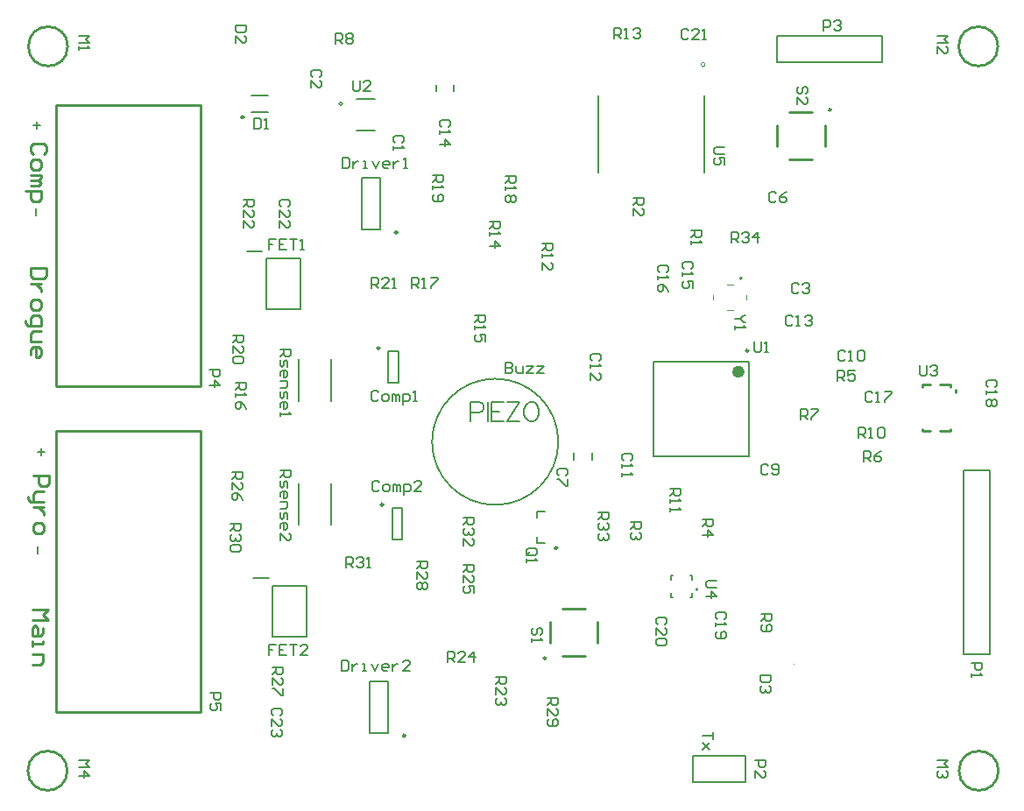
<source format=gto>
G04*
G04 #@! TF.GenerationSoftware,Altium Limited,Altium Designer,19.0.14 (431)*
G04*
G04 Layer_Color=65535*
%FSLAX25Y25*%
%MOIN*%
G70*
G01*
G75*
%ADD10C,0.00787*%
%ADD11C,0.00984*%
%ADD12C,0.00500*%
%ADD13C,0.00394*%
%ADD14C,0.01000*%
%ADD15C,0.00000*%
%ADD16C,0.02362*%
%ADD17C,0.00700*%
%ADD18C,0.00781*%
D10*
X276028Y199284D02*
G03*
X276028Y199284I-394J0D01*
G01*
X259299Y80819D02*
G03*
X259299Y80819I-394J0D01*
G01*
X123977Y265634D02*
G03*
X123977Y265634I-623J0D01*
G01*
X198047Y108043D02*
Y110602D01*
X201051D01*
X198047Y98398D02*
Y100957D01*
Y98398D02*
X201051D01*
X257500Y7500D02*
X277500D01*
Y17500D01*
X257500D02*
X277500D01*
X257500Y7500D02*
Y17500D01*
X97311Y82016D02*
X110500D01*
Y62724D02*
Y82016D01*
X97311Y62724D02*
X110500D01*
X97311D02*
Y82016D01*
X89988Y85008D02*
X95894D01*
X107299Y105315D02*
Y121063D01*
X119701Y105315D02*
Y121063D01*
X141543Y26158D02*
Y45842D01*
X134457Y26158D02*
Y45842D01*
Y26158D02*
X141543D01*
X134457Y45842D02*
X141543D01*
X142937Y111972D02*
X146874D01*
X142937Y99768D02*
X146874D01*
X142937D02*
Y111972D01*
X146874Y99768D02*
Y111972D01*
X211957Y130122D02*
Y132878D01*
X219043Y130122D02*
Y132878D01*
X141532Y171602D02*
X145468D01*
X141532Y159398D02*
X145468D01*
X141532D02*
Y171602D01*
X145468Y159398D02*
Y171602D01*
X94906Y206646D02*
X108095D01*
Y187354D02*
Y206646D01*
X94906Y187354D02*
X108095D01*
X94906D02*
Y206646D01*
X87583Y209638D02*
X93488D01*
X131457Y237343D02*
X138543D01*
X131457Y217657D02*
X138543D01*
X131457D02*
Y237343D01*
X138543Y217657D02*
Y237343D01*
X242390Y131390D02*
Y167610D01*
X278610Y131390D02*
Y167610D01*
X242390Y131390D02*
X278610D01*
X242390Y167610D02*
X278610D01*
X329500Y281500D02*
Y291500D01*
X289500Y281500D02*
X329500D01*
X289500Y291500D02*
X329500D01*
X289500Y281500D02*
Y291500D01*
X360500Y56000D02*
Y126000D01*
Y56000D02*
X370500D01*
Y126000D01*
X360500D02*
X370500D01*
X89350Y268650D02*
X95650D01*
X89350Y262351D02*
X95650D01*
X166347Y270319D02*
Y272681D01*
X159653Y270319D02*
Y272681D01*
X119701Y152626D02*
Y168374D01*
X107299Y152626D02*
Y168374D01*
D11*
X205823Y96626D02*
G03*
X205823Y96626I-492J0D01*
G01*
X147941Y25153D02*
G03*
X147941Y25153I-492J0D01*
G01*
X139591Y113055D02*
G03*
X139591Y113055I-492J0D01*
G01*
X138185Y172685D02*
G03*
X138185Y172685I-492J0D01*
G01*
X144941Y216653D02*
G03*
X144941Y216653I-492J0D01*
G01*
X278512Y171744D02*
G03*
X278512Y171744I-492J0D01*
G01*
X86545Y260579D02*
G03*
X86545Y260579I-492J0D01*
G01*
D12*
X206176Y137000D02*
G03*
X206176Y137000I-24019J0D01*
G01*
X221251Y239424D02*
Y268922D01*
X261749Y239424D02*
Y268922D01*
X248945Y84480D02*
Y86055D01*
X249654D01*
X248945Y77945D02*
Y79520D01*
Y77945D02*
X249654D01*
X256347D02*
X257055D01*
Y79520D01*
Y84480D02*
Y86055D01*
X256347D02*
X257055D01*
X129535Y255476D02*
X136465D01*
X129535Y267524D02*
X136465D01*
D13*
X100079Y280252D02*
G03*
X100079Y280252I-197J0D01*
G01*
X295945Y52382D02*
G03*
X295945Y52382I-197J0D01*
G01*
X265201Y191213D02*
Y192787D01*
X270319Y196921D02*
X272681D01*
X277799Y191213D02*
Y192787D01*
X270319Y187079D02*
X272681D01*
D14*
X19291Y11811D02*
G03*
X19291Y11811I-7480J0D01*
G01*
X19480Y287500D02*
G03*
X19480Y287500I-7480J0D01*
G01*
X309917Y263342D02*
G03*
X309917Y263342I-394J0D01*
G01*
X201370Y54658D02*
G03*
X201370Y54658I-394J0D01*
G01*
X373622Y11811D02*
G03*
X373622Y11811I-7480J0D01*
G01*
X373480Y287500D02*
G03*
X373480Y287500I-7480J0D01*
G01*
X15000Y34000D02*
X70000D01*
Y141000D01*
X15000D02*
X70000D01*
X15000Y34000D02*
Y141000D01*
Y158000D02*
X70000D01*
Y265000D01*
X15000D02*
X70000D01*
X15000Y158000D02*
Y265000D01*
X357412Y155751D02*
Y156736D01*
X355443Y157720D02*
Y158704D01*
X351506D02*
X355443D01*
X351506Y140988D02*
X355443D01*
Y141972D01*
X344617Y140988D02*
X347569D01*
X344617D02*
Y141972D01*
Y157720D02*
Y158704D01*
X347569D01*
X307555Y249563D02*
Y257437D01*
X294169Y244445D02*
X302831D01*
X289445Y249563D02*
Y257437D01*
X294169Y262555D02*
X302831D01*
X207669Y55445D02*
X216331D01*
X221055Y60563D02*
Y68437D01*
X207669Y73555D02*
X216331D01*
X202945Y60563D02*
Y68437D01*
X6000Y73000D02*
X11998D01*
X9999Y71001D01*
X11998Y69001D01*
X6000D01*
X9999Y66002D02*
Y64003D01*
X8999Y63003D01*
X6000D01*
Y66002D01*
X7000Y67002D01*
X7999Y66002D01*
Y63003D01*
X6000Y61004D02*
Y59004D01*
Y60004D01*
X9999D01*
Y61004D01*
X6000Y56006D02*
X9999D01*
Y53007D01*
X8999Y52007D01*
X6000D01*
X6500Y124000D02*
X12498D01*
Y121001D01*
X11498Y120001D01*
X9499D01*
X8499Y121001D01*
Y124000D01*
X10499Y118002D02*
X7500D01*
X6500Y117002D01*
Y114003D01*
X5500D01*
X4501Y115003D01*
Y116003D01*
X6500Y114003D02*
X10499D01*
Y112004D02*
X6500D01*
X8499D01*
X9499Y111004D01*
X10499Y110004D01*
Y109005D01*
X6500Y105006D02*
Y103007D01*
X7500Y102007D01*
X9499D01*
X10499Y103007D01*
Y105006D01*
X9499Y106006D01*
X7500D01*
X6500Y105006D01*
X11498Y203000D02*
X5500D01*
Y200001D01*
X6500Y199001D01*
X10498D01*
X11498Y200001D01*
Y203000D01*
X9499Y197002D02*
X5500D01*
X7499D01*
X8499Y196002D01*
X9499Y195003D01*
Y194003D01*
X5500Y190004D02*
Y188005D01*
X6500Y187005D01*
X8499D01*
X9499Y188005D01*
Y190004D01*
X8499Y191004D01*
X6500D01*
X5500Y190004D01*
X3501Y183007D02*
Y182007D01*
X4500Y181007D01*
X9499D01*
Y184006D01*
X8499Y185006D01*
X6500D01*
X5500Y184006D01*
Y181007D01*
X9499Y179008D02*
X6500D01*
X5500Y178008D01*
Y175009D01*
X9499D01*
X5500Y170011D02*
Y172010D01*
X6500Y173010D01*
X8499D01*
X9499Y172010D01*
Y170011D01*
X8499Y169011D01*
X7499D01*
Y173010D01*
X10498Y246501D02*
X11498Y247501D01*
Y249500D01*
X10498Y250500D01*
X6500D01*
X5500Y249500D01*
Y247501D01*
X6500Y246501D01*
X5500Y243502D02*
Y241503D01*
X6500Y240503D01*
X8499D01*
X9499Y241503D01*
Y243502D01*
X8499Y244502D01*
X6500D01*
X5500Y243502D01*
Y238504D02*
X9499D01*
Y237504D01*
X8499Y236505D01*
X5500D01*
X8499D01*
X9499Y235505D01*
X8499Y234505D01*
X5500D01*
X3501Y232506D02*
X9499D01*
Y229507D01*
X8499Y228507D01*
X6500D01*
X5500Y229507D01*
Y232506D01*
D15*
X262071Y280532D02*
G03*
X262071Y280532I-787J0D01*
G01*
D16*
X275854Y163673D02*
G03*
X275854Y163673I-1181J0D01*
G01*
D17*
X180200Y220800D02*
X184199D01*
Y218801D01*
X183532Y218134D01*
X182199D01*
X181533Y218801D01*
Y220800D01*
Y219467D02*
X180200Y218134D01*
Y216801D02*
Y215468D01*
Y216135D01*
X184199D01*
X183532Y216801D01*
X180200Y211470D02*
X184199D01*
X182199Y213469D01*
Y210803D01*
X7501Y223000D02*
Y225666D01*
X8001Y94500D02*
Y97166D01*
X264899Y26500D02*
Y23834D01*
Y25167D01*
X260900D01*
X263566Y22501D02*
X260900Y19836D01*
X262233Y21168D01*
X263566Y19836D01*
X260900Y22501D01*
X6500Y257499D02*
X9166D01*
X7833Y258832D02*
Y256166D01*
X8000Y132999D02*
X10666D01*
X9333Y134332D02*
Y131667D01*
X186000Y166999D02*
Y163000D01*
X187999D01*
X188666Y163666D01*
Y164333D01*
X187999Y164999D01*
X186000D01*
X187999D01*
X188666Y165666D01*
Y166332D01*
X187999Y166999D01*
X186000D01*
X189999Y165666D02*
Y163666D01*
X190665Y163000D01*
X192665D01*
Y165666D01*
X193997D02*
X196663D01*
X193997Y163000D01*
X196663D01*
X197996Y165666D02*
X200662D01*
X197996Y163000D01*
X200662D01*
X73800Y41600D02*
X77799D01*
Y39601D01*
X77132Y38934D01*
X75799D01*
X75133Y39601D01*
Y41600D01*
X77799Y34936D02*
Y37601D01*
X75799D01*
X76466Y36268D01*
Y35602D01*
X75799Y34936D01*
X74466D01*
X73800Y35602D01*
Y36935D01*
X74466Y37601D01*
X73400Y164600D02*
X77399D01*
Y162601D01*
X76732Y161934D01*
X75399D01*
X74733Y162601D01*
Y164600D01*
X73400Y158602D02*
X77399D01*
X75399Y160601D01*
Y157936D01*
X277499Y185000D02*
X276832D01*
X275499Y183667D01*
X276832Y182334D01*
X277499D01*
X275499Y183667D02*
X273500D01*
Y181001D02*
Y179668D01*
Y180335D01*
X277499D01*
X276832Y181001D01*
X272145Y212742D02*
Y216741D01*
X274144D01*
X274811Y216075D01*
Y214742D01*
X274144Y214075D01*
X272145D01*
X273478D02*
X274811Y212742D01*
X276144Y216075D02*
X276810Y216741D01*
X278143D01*
X278809Y216075D01*
Y215408D01*
X278143Y214742D01*
X277477D01*
X278143D01*
X278809Y214075D01*
Y213409D01*
X278143Y212742D01*
X276810D01*
X276144Y213409D01*
X282142Y212742D02*
Y216741D01*
X280142Y214742D01*
X282808D01*
X234602Y229957D02*
X238601D01*
Y227957D01*
X237935Y227291D01*
X236602D01*
X235935Y227957D01*
Y229957D01*
Y228624D02*
X234602Y227291D01*
Y223292D02*
Y225958D01*
X237268Y223292D01*
X237935D01*
X238601Y223959D01*
Y225291D01*
X237935Y225958D01*
X297666Y196832D02*
X296999Y197499D01*
X295666D01*
X295000Y196832D01*
Y194167D01*
X295666Y193500D01*
X296999D01*
X297666Y194167D01*
X298999Y196832D02*
X299665Y197499D01*
X300998D01*
X301664Y196832D01*
Y196166D01*
X300998Y195499D01*
X300332D01*
X300998D01*
X301664Y194833D01*
Y194167D01*
X300998Y193500D01*
X299665D01*
X298999Y194167D01*
X221500Y110000D02*
X225499D01*
Y108001D01*
X224832Y107334D01*
X223499D01*
X222833Y108001D01*
Y110000D01*
Y108667D02*
X221500Y107334D01*
X224832Y106001D02*
X225499Y105335D01*
Y104002D01*
X224832Y103335D01*
X224166D01*
X223499Y104002D01*
Y104668D01*
Y104002D01*
X222833Y103335D01*
X222166D01*
X221500Y104002D01*
Y105335D01*
X222166Y106001D01*
X224832Y102003D02*
X225499Y101336D01*
Y100003D01*
X224832Y99337D01*
X224166D01*
X223499Y100003D01*
Y100670D01*
Y100003D01*
X222833Y99337D01*
X222166D01*
X221500Y100003D01*
Y101336D01*
X222166Y102003D01*
X170000Y108000D02*
X173999D01*
Y106001D01*
X173332Y105334D01*
X171999D01*
X171333Y106001D01*
Y108000D01*
Y106667D02*
X170000Y105334D01*
X173332Y104001D02*
X173999Y103335D01*
Y102002D01*
X173332Y101336D01*
X172666D01*
X171999Y102002D01*
Y102668D01*
Y102002D01*
X171333Y101336D01*
X170667D01*
X170000Y102002D01*
Y103335D01*
X170667Y104001D01*
X170000Y97337D02*
Y100003D01*
X172666Y97337D01*
X173332D01*
X173999Y98003D01*
Y99336D01*
X173332Y100003D01*
X194667Y93834D02*
X197332D01*
X197999Y94501D01*
Y95834D01*
X197332Y96500D01*
X194667D01*
X194000Y95834D01*
Y94501D01*
X195333Y95167D02*
X194000Y93834D01*
Y94501D02*
X194667Y93834D01*
X194000Y92501D02*
Y91168D01*
Y91835D01*
X197999D01*
X197332Y92501D01*
X100500Y126189D02*
X104499D01*
Y124189D01*
X103832Y123523D01*
X102499D01*
X101833Y124189D01*
Y126189D01*
Y124856D02*
X100500Y123523D01*
Y122190D02*
Y120191D01*
X101166Y119524D01*
X101833Y120191D01*
Y121524D01*
X102499Y122190D01*
X103166Y121524D01*
Y119524D01*
X100500Y116192D02*
Y117525D01*
X101166Y118192D01*
X102499D01*
X103166Y117525D01*
Y116192D01*
X102499Y115526D01*
X101833D01*
Y118192D01*
X100500Y114193D02*
X103166D01*
Y112193D01*
X102499Y111527D01*
X100500D01*
Y110194D02*
Y108195D01*
X101166Y107528D01*
X101833Y108195D01*
Y109528D01*
X102499Y110194D01*
X103166Y109528D01*
Y107528D01*
X100500Y104196D02*
Y105529D01*
X101166Y106195D01*
X102499D01*
X103166Y105529D01*
Y104196D01*
X102499Y103530D01*
X101833D01*
Y106195D01*
X100500Y99531D02*
Y102197D01*
X103166Y99531D01*
X103832D01*
X104499Y100197D01*
Y101530D01*
X103832Y102197D01*
X125305Y89070D02*
Y93069D01*
X127305D01*
X127971Y92402D01*
Y91069D01*
X127305Y90403D01*
X125305D01*
X126638D02*
X127971Y89070D01*
X129304Y92402D02*
X129971Y93069D01*
X131304D01*
X131970Y92402D01*
Y91736D01*
X131304Y91069D01*
X130637D01*
X131304D01*
X131970Y90403D01*
Y89736D01*
X131304Y89070D01*
X129971D01*
X129304Y89736D01*
X133303Y89070D02*
X134636D01*
X133969D01*
Y93069D01*
X133303Y92402D01*
X81406Y105870D02*
X85404D01*
Y103871D01*
X84738Y103204D01*
X83405D01*
X82738Y103871D01*
Y105870D01*
Y104537D02*
X81406Y103204D01*
X84738Y101871D02*
X85404Y101205D01*
Y99872D01*
X84738Y99206D01*
X84071D01*
X83405Y99872D01*
Y100539D01*
Y99872D01*
X82738Y99206D01*
X82072D01*
X81406Y99872D01*
Y101205D01*
X82072Y101871D01*
X84738Y97873D02*
X85404Y97206D01*
Y95873D01*
X84738Y95207D01*
X82072D01*
X81406Y95873D01*
Y97206D01*
X82072Y97873D01*
X84738D01*
X202000Y39500D02*
X205999D01*
Y37501D01*
X205332Y36834D01*
X203999D01*
X203333Y37501D01*
Y39500D01*
Y38167D02*
X202000Y36834D01*
Y32836D02*
Y35501D01*
X204666Y32836D01*
X205332D01*
X205999Y33502D01*
Y34835D01*
X205332Y35501D01*
X202666Y31503D02*
X202000Y30836D01*
Y29503D01*
X202666Y28837D01*
X205332D01*
X205999Y29503D01*
Y30836D01*
X205332Y31503D01*
X204666D01*
X203999Y30836D01*
Y28837D01*
X152500Y91500D02*
X156499D01*
Y89501D01*
X155832Y88834D01*
X154499D01*
X153833Y89501D01*
Y91500D01*
Y90167D02*
X152500Y88834D01*
Y84835D02*
Y87501D01*
X155166Y84835D01*
X155832D01*
X156499Y85502D01*
Y86835D01*
X155832Y87501D01*
Y83503D02*
X156499Y82836D01*
Y81503D01*
X155832Y80837D01*
X155166D01*
X154499Y81503D01*
X153833Y80837D01*
X153166D01*
X152500Y81503D01*
Y82836D01*
X153166Y83503D01*
X153833D01*
X154499Y82836D01*
X155166Y83503D01*
X155832D01*
X154499Y82836D02*
Y81503D01*
X97500Y51100D02*
X101499D01*
Y49101D01*
X100832Y48434D01*
X99499D01*
X98833Y49101D01*
Y51100D01*
Y49767D02*
X97500Y48434D01*
Y44436D02*
Y47101D01*
X100166Y44436D01*
X100832D01*
X101499Y45102D01*
Y46435D01*
X100832Y47101D01*
X101499Y43103D02*
Y40437D01*
X100832D01*
X98166Y43103D01*
X97500D01*
X82000Y125500D02*
X85999D01*
Y123501D01*
X85332Y122834D01*
X83999D01*
X83333Y123501D01*
Y125500D01*
Y124167D02*
X82000Y122834D01*
Y118835D02*
Y121501D01*
X84666Y118835D01*
X85332D01*
X85999Y119502D01*
Y120835D01*
X85332Y121501D01*
X85999Y114837D02*
X85332Y116170D01*
X83999Y117503D01*
X82666D01*
X82000Y116836D01*
Y115503D01*
X82666Y114837D01*
X83333D01*
X83999Y115503D01*
Y117503D01*
X170000Y90000D02*
X173999D01*
Y88001D01*
X173332Y87334D01*
X171999D01*
X171333Y88001D01*
Y90000D01*
Y88667D02*
X170000Y87334D01*
Y83336D02*
Y86001D01*
X172666Y83336D01*
X173332D01*
X173999Y84002D01*
Y85335D01*
X173332Y86001D01*
X173999Y79337D02*
Y82003D01*
X171999D01*
X172666Y80670D01*
Y80003D01*
X171999Y79337D01*
X170667D01*
X170000Y80003D01*
Y81336D01*
X170667Y82003D01*
X164187Y52998D02*
Y56996D01*
X166187D01*
X166853Y56330D01*
Y54997D01*
X166187Y54330D01*
X164187D01*
X165520D02*
X166853Y52998D01*
X170852D02*
X168186D01*
X170852Y55663D01*
Y56330D01*
X170185Y56996D01*
X168853D01*
X168186Y56330D01*
X174184Y52998D02*
Y56996D01*
X172185Y54997D01*
X174851D01*
X182500Y47500D02*
X186499D01*
Y45501D01*
X185832Y44834D01*
X184499D01*
X183833Y45501D01*
Y47500D01*
Y46167D02*
X182500Y44834D01*
Y40835D02*
Y43501D01*
X185166Y40835D01*
X185832D01*
X186499Y41502D01*
Y42835D01*
X185832Y43501D01*
Y39503D02*
X186499Y38836D01*
Y37503D01*
X185832Y36837D01*
X185166D01*
X184499Y37503D01*
Y38170D01*
Y37503D01*
X183833Y36837D01*
X183167D01*
X182500Y37503D01*
Y38836D01*
X183167Y39503D01*
X98571Y59869D02*
X95906D01*
Y57869D01*
X97238D01*
X95906D01*
Y55870D01*
X102570Y59869D02*
X99904D01*
Y55870D01*
X102570D01*
X99904Y57869D02*
X101237D01*
X103903Y59869D02*
X106569D01*
X105236D01*
Y55870D01*
X110567D02*
X107902D01*
X110567Y58536D01*
Y59202D01*
X109901Y59869D01*
X108568D01*
X107902Y59202D01*
X123845Y53841D02*
Y49843D01*
X125844D01*
X126511Y50509D01*
Y53175D01*
X125844Y53841D01*
X123845D01*
X127844Y52508D02*
Y49843D01*
Y51175D01*
X128510Y51842D01*
X129176Y52508D01*
X129843D01*
X131842Y49843D02*
X133175D01*
X132509D01*
Y52508D01*
X131842D01*
X135175D02*
X136507Y49843D01*
X137840Y52508D01*
X141173Y49843D02*
X139840D01*
X139173Y50509D01*
Y51842D01*
X139840Y52508D01*
X141173D01*
X141839Y51842D01*
Y51175D01*
X139173D01*
X143172Y52508D02*
Y49843D01*
Y51175D01*
X143838Y51842D01*
X144505Y52508D01*
X145171D01*
X149837Y49843D02*
X147171D01*
X149837Y52508D01*
Y53175D01*
X149170Y53841D01*
X147837D01*
X147171Y53175D01*
X138116Y121445D02*
X137450Y122111D01*
X136117D01*
X135450Y121445D01*
Y118779D01*
X136117Y118113D01*
X137450D01*
X138116Y118779D01*
X140116Y118113D02*
X141448D01*
X142115Y118779D01*
Y120112D01*
X141448Y120778D01*
X140116D01*
X139449Y120112D01*
Y118779D01*
X140116Y118113D01*
X143448D02*
Y120778D01*
X144114D01*
X144781Y120112D01*
Y118113D01*
Y120112D01*
X145447Y120778D01*
X146114Y120112D01*
Y118113D01*
X147447Y116780D02*
Y120778D01*
X149446D01*
X150112Y120112D01*
Y118779D01*
X149446Y118113D01*
X147447D01*
X154111D02*
X151445D01*
X154111Y120778D01*
Y121445D01*
X153445Y122111D01*
X152112D01*
X151445Y121445D01*
X100332Y32834D02*
X100999Y33501D01*
Y34834D01*
X100332Y35500D01*
X97666D01*
X97000Y34834D01*
Y33501D01*
X97666Y32834D01*
X97000Y28835D02*
Y31501D01*
X99666Y28835D01*
X100332D01*
X100999Y29502D01*
Y30835D01*
X100332Y31501D01*
Y27503D02*
X100999Y26836D01*
Y25503D01*
X100332Y24837D01*
X99666D01*
X98999Y25503D01*
Y26170D01*
Y25503D01*
X98333Y24837D01*
X97666D01*
X97000Y25503D01*
Y26836D01*
X97666Y27503D01*
X209132Y124134D02*
X209799Y124801D01*
Y126134D01*
X209132Y126800D01*
X206466D01*
X205800Y126134D01*
Y124801D01*
X206466Y124134D01*
X209799Y122801D02*
Y120135D01*
X209132D01*
X206466Y122801D01*
X205800D01*
X137666Y155832D02*
X136999Y156499D01*
X135667D01*
X135000Y155832D01*
Y153166D01*
X135667Y152500D01*
X136999D01*
X137666Y153166D01*
X139665Y152500D02*
X140998D01*
X141665Y153166D01*
Y154499D01*
X140998Y155166D01*
X139665D01*
X138999Y154499D01*
Y153166D01*
X139665Y152500D01*
X142997D02*
Y155166D01*
X143664D01*
X144330Y154499D01*
Y152500D01*
Y154499D01*
X144997Y155166D01*
X145663Y154499D01*
Y152500D01*
X146996Y151167D02*
Y155166D01*
X148995D01*
X149662Y154499D01*
Y153166D01*
X148995Y152500D01*
X146996D01*
X150995D02*
X152328D01*
X151661D01*
Y156499D01*
X150995Y155832D01*
X158500Y238500D02*
X162499D01*
Y236501D01*
X161832Y235834D01*
X160499D01*
X159833Y236501D01*
Y238500D01*
Y237167D02*
X158500Y235834D01*
Y234501D02*
Y233168D01*
Y233835D01*
X162499D01*
X161832Y234501D01*
X159167Y231169D02*
X158500Y230503D01*
Y229170D01*
X159167Y228503D01*
X161832D01*
X162499Y229170D01*
Y230503D01*
X161832Y231169D01*
X161166D01*
X160499Y230503D01*
Y228503D01*
X185900Y238000D02*
X189899D01*
Y236001D01*
X189232Y235334D01*
X187899D01*
X187233Y236001D01*
Y238000D01*
Y236667D02*
X185900Y235334D01*
Y234001D02*
Y232668D01*
Y233335D01*
X189899D01*
X189232Y234001D01*
Y230669D02*
X189899Y230003D01*
Y228670D01*
X189232Y228003D01*
X188566D01*
X187899Y228670D01*
X187233Y228003D01*
X186566D01*
X185900Y228670D01*
Y230003D01*
X186566Y230669D01*
X187233D01*
X187899Y230003D01*
X188566Y230669D01*
X189232D01*
X187899Y230003D02*
Y228670D01*
X174400Y185100D02*
X178399D01*
Y183101D01*
X177732Y182434D01*
X176399D01*
X175733Y183101D01*
Y185100D01*
Y183767D02*
X174400Y182434D01*
Y181101D02*
Y179768D01*
Y180435D01*
X178399D01*
X177732Y181101D01*
X178399Y175103D02*
Y177769D01*
X176399D01*
X177066Y176436D01*
Y175770D01*
X176399Y175103D01*
X175066D01*
X174400Y175770D01*
Y177103D01*
X175066Y177769D01*
X124000Y244999D02*
Y241000D01*
X125999D01*
X126666Y241666D01*
Y244332D01*
X125999Y244999D01*
X124000D01*
X127999Y243666D02*
Y241000D01*
Y242333D01*
X128665Y242999D01*
X129332Y243666D01*
X129998D01*
X131997Y241000D02*
X133330D01*
X132664D01*
Y243666D01*
X131997D01*
X135330D02*
X136663Y241000D01*
X137996Y243666D01*
X141328Y241000D02*
X139995D01*
X139328Y241666D01*
Y242999D01*
X139995Y243666D01*
X141328D01*
X141994Y242999D01*
Y242333D01*
X139328D01*
X143327Y243666D02*
Y241000D01*
Y242333D01*
X143994Y242999D01*
X144660Y243666D01*
X145326D01*
X147326Y241000D02*
X148659D01*
X147992D01*
Y244999D01*
X147326Y244332D01*
X23622Y15748D02*
X27621D01*
X26288Y14415D01*
X27621Y13082D01*
X23622D01*
Y9750D02*
X27621D01*
X25621Y11749D01*
Y9083D01*
X23622Y291339D02*
X27621D01*
X26288Y290006D01*
X27621Y288673D01*
X23622D01*
Y287340D02*
Y286007D01*
Y286673D01*
X27621D01*
X26954Y287340D01*
X269499Y249000D02*
X266166D01*
X265500Y248334D01*
Y247001D01*
X266166Y246334D01*
X269499D01*
Y242336D02*
Y245001D01*
X267499D01*
X268166Y243668D01*
Y243002D01*
X267499Y242336D01*
X266166D01*
X265500Y243002D01*
Y244335D01*
X266166Y245001D01*
X266499Y84000D02*
X263166D01*
X262500Y83334D01*
Y82001D01*
X263166Y81334D01*
X266499D01*
X262500Y78002D02*
X266499D01*
X264499Y80001D01*
Y77336D01*
X343645Y166241D02*
Y162909D01*
X344311Y162242D01*
X345644D01*
X346311Y162909D01*
Y166241D01*
X347644Y165575D02*
X348310Y166241D01*
X349643D01*
X350309Y165575D01*
Y164908D01*
X349643Y164242D01*
X348976D01*
X349643D01*
X350309Y163575D01*
Y162909D01*
X349643Y162242D01*
X348310D01*
X347644Y162909D01*
X128118Y274357D02*
Y271025D01*
X128785Y270358D01*
X130117D01*
X130784Y271025D01*
Y274357D01*
X134783Y270358D02*
X132117D01*
X134783Y273024D01*
Y273691D01*
X134116Y274357D01*
X132783D01*
X132117Y273691D01*
X280800Y175199D02*
Y171867D01*
X281466Y171200D01*
X282799D01*
X283466Y171867D01*
Y175199D01*
X284799Y171200D02*
X286132D01*
X285465D01*
Y175199D01*
X284799Y174532D01*
X300332Y269334D02*
X300999Y270001D01*
Y271334D01*
X300332Y272000D01*
X299666D01*
X298999Y271334D01*
Y270001D01*
X298333Y269334D01*
X297666D01*
X297000Y270001D01*
Y271334D01*
X297666Y272000D01*
X297000Y265335D02*
Y268001D01*
X299666Y265335D01*
X300332D01*
X300999Y266002D01*
Y267335D01*
X300332Y268001D01*
X199332Y63334D02*
X199999Y64001D01*
Y65334D01*
X199332Y66000D01*
X198666D01*
X197999Y65334D01*
Y64001D01*
X197333Y63334D01*
X196667D01*
X196000Y64001D01*
Y65334D01*
X196667Y66000D01*
X196000Y62001D02*
Y60668D01*
Y61335D01*
X199999D01*
X199332Y62001D01*
X227500Y290500D02*
Y294499D01*
X229499D01*
X230166Y293832D01*
Y292499D01*
X229499Y291833D01*
X227500D01*
X228833D02*
X230166Y290500D01*
X231499D02*
X232832D01*
X232165D01*
Y294499D01*
X231499Y293832D01*
X234831D02*
X235497Y294499D01*
X236830D01*
X237497Y293832D01*
Y293166D01*
X236830Y292499D01*
X236164D01*
X236830D01*
X237497Y291833D01*
Y291166D01*
X236830Y290500D01*
X235497D01*
X234831Y291166D01*
X200000Y212500D02*
X203999D01*
Y210501D01*
X203332Y209834D01*
X201999D01*
X201333Y210501D01*
Y212500D01*
Y211167D02*
X200000Y209834D01*
Y208501D02*
Y207168D01*
Y207835D01*
X203999D01*
X203332Y208501D01*
X200000Y202503D02*
Y205169D01*
X202666Y202503D01*
X203332D01*
X203999Y203170D01*
Y204503D01*
X203332Y205169D01*
X248600Y119100D02*
X252599D01*
Y117101D01*
X251932Y116434D01*
X250599D01*
X249933Y117101D01*
Y119100D01*
Y117767D02*
X248600Y116434D01*
Y115101D02*
Y113768D01*
Y114435D01*
X252599D01*
X251932Y115101D01*
X248600Y111769D02*
Y110436D01*
Y111103D01*
X252599D01*
X251932Y111769D01*
X320500Y138500D02*
Y142499D01*
X322499D01*
X323166Y141832D01*
Y140499D01*
X322499Y139833D01*
X320500D01*
X321833D02*
X323166Y138500D01*
X324499D02*
X325832D01*
X325165D01*
Y142499D01*
X324499Y141832D01*
X327831D02*
X328497Y142499D01*
X329830D01*
X330497Y141832D01*
Y139166D01*
X329830Y138500D01*
X328497D01*
X327831Y139166D01*
Y141832D01*
X283500Y71500D02*
X287499D01*
Y69501D01*
X286832Y68834D01*
X285499D01*
X284833Y69501D01*
Y71500D01*
Y70167D02*
X283500Y68834D01*
X284166Y67501D02*
X283500Y66835D01*
Y65502D01*
X284166Y64836D01*
X286832D01*
X287499Y65502D01*
Y66835D01*
X286832Y67501D01*
X286166D01*
X285499Y66835D01*
Y64836D01*
X121500Y288500D02*
Y292499D01*
X123499D01*
X124166Y291832D01*
Y290499D01*
X123499Y289833D01*
X121500D01*
X122833D02*
X124166Y288500D01*
X125499Y291832D02*
X126165Y292499D01*
X127498D01*
X128165Y291832D01*
Y291166D01*
X127498Y290499D01*
X128165Y289833D01*
Y289166D01*
X127498Y288500D01*
X126165D01*
X125499Y289166D01*
Y289833D01*
X126165Y290499D01*
X125499Y291166D01*
Y291832D01*
X126165Y290499D02*
X127498D01*
X298500Y145500D02*
Y149499D01*
X300499D01*
X301166Y148832D01*
Y147499D01*
X300499Y146833D01*
X298500D01*
X299833D02*
X301166Y145500D01*
X302499Y149499D02*
X305165D01*
Y148832D01*
X302499Y146167D01*
Y145500D01*
X322335Y129547D02*
Y133546D01*
X324334D01*
X325000Y132879D01*
Y131547D01*
X324334Y130880D01*
X322335D01*
X323668D02*
X325000Y129547D01*
X328999Y133546D02*
X327666Y132879D01*
X326333Y131547D01*
Y130214D01*
X327000Y129547D01*
X328333D01*
X328999Y130214D01*
Y130880D01*
X328333Y131547D01*
X326333D01*
X312500Y160000D02*
Y163999D01*
X314499D01*
X315166Y163332D01*
Y161999D01*
X314499Y161333D01*
X312500D01*
X313833D02*
X315166Y160000D01*
X319164Y163999D02*
X316499D01*
Y161999D01*
X317832Y162666D01*
X318498D01*
X319164Y161999D01*
Y160667D01*
X318498Y160000D01*
X317165D01*
X316499Y160667D01*
X261000Y107500D02*
X264999D01*
Y105501D01*
X264332Y104834D01*
X262999D01*
X262333Y105501D01*
Y107500D01*
Y106167D02*
X261000Y104834D01*
Y101502D02*
X264999D01*
X262999Y103501D01*
Y100836D01*
X233839Y106315D02*
X237837D01*
Y104316D01*
X237171Y103649D01*
X235838D01*
X235172Y104316D01*
Y106315D01*
Y104982D02*
X233839Y103649D01*
X237171Y102316D02*
X237837Y101650D01*
Y100317D01*
X237171Y99651D01*
X236504D01*
X235838Y100317D01*
Y100983D01*
Y100317D01*
X235172Y99651D01*
X234505D01*
X233839Y100317D01*
Y101650D01*
X234505Y102316D01*
X256700Y217600D02*
X260699D01*
Y215601D01*
X260032Y214934D01*
X258699D01*
X258033Y215601D01*
Y217600D01*
Y216267D02*
X256700Y214934D01*
Y213601D02*
Y212268D01*
Y212935D01*
X260699D01*
X260032Y213601D01*
X307000Y293500D02*
Y297499D01*
X308999D01*
X309666Y296832D01*
Y295499D01*
X308999Y294833D01*
X307000D01*
X310999Y296832D02*
X311665Y297499D01*
X312998D01*
X313665Y296832D01*
Y296166D01*
X312998Y295499D01*
X312332D01*
X312998D01*
X313665Y294833D01*
Y294166D01*
X312998Y293500D01*
X311665D01*
X310999Y294166D01*
X281200Y15800D02*
X285199D01*
Y13801D01*
X284532Y13134D01*
X283199D01*
X282533Y13801D01*
Y15800D01*
X281200Y9136D02*
Y11801D01*
X283866Y9136D01*
X284532D01*
X285199Y9802D01*
Y11135D01*
X284532Y11801D01*
X363500Y52900D02*
X367499D01*
Y50901D01*
X366832Y50234D01*
X365499D01*
X364833Y50901D01*
Y52900D01*
X363500Y48901D02*
Y47568D01*
Y48235D01*
X367499D01*
X366832Y48901D01*
X286999Y48000D02*
X283000D01*
Y46001D01*
X283666Y45334D01*
X286332D01*
X286999Y46001D01*
Y48000D01*
X286332Y44001D02*
X286999Y43335D01*
Y42002D01*
X286332Y41335D01*
X285666D01*
X284999Y42002D01*
Y42668D01*
Y42002D01*
X284333Y41335D01*
X283666D01*
X283000Y42002D01*
Y43335D01*
X283666Y44001D01*
X87499Y295500D02*
X83500D01*
Y293501D01*
X84166Y292834D01*
X86832D01*
X87499Y293501D01*
Y295500D01*
X83500Y288836D02*
Y291501D01*
X86166Y288836D01*
X86832D01*
X87499Y289502D01*
Y290835D01*
X86832Y291501D01*
X90500Y259999D02*
Y256000D01*
X92499D01*
X93166Y256666D01*
Y259332D01*
X92499Y259999D01*
X90500D01*
X94499Y256000D02*
X95832D01*
X95165D01*
Y259999D01*
X94499Y259332D01*
X255666Y293332D02*
X254999Y293999D01*
X253666D01*
X253000Y293332D01*
Y290666D01*
X253666Y290000D01*
X254999D01*
X255666Y290666D01*
X259665Y290000D02*
X256999D01*
X259665Y292666D01*
Y293332D01*
X258998Y293999D01*
X257665D01*
X256999Y293332D01*
X260997Y290000D02*
X262330D01*
X261664D01*
Y293999D01*
X260997Y293332D01*
X246832Y67334D02*
X247499Y68001D01*
Y69334D01*
X246832Y70000D01*
X244166D01*
X243500Y69334D01*
Y68001D01*
X244166Y67334D01*
X243500Y63336D02*
Y66001D01*
X246166Y63336D01*
X246832D01*
X247499Y64002D01*
Y65335D01*
X246832Y66001D01*
Y62003D02*
X247499Y61336D01*
Y60003D01*
X246832Y59337D01*
X244166D01*
X243500Y60003D01*
Y61336D01*
X244166Y62003D01*
X246832D01*
X269332Y69334D02*
X269999Y70001D01*
Y71334D01*
X269332Y72000D01*
X266666D01*
X266000Y71334D01*
Y70001D01*
X266666Y69334D01*
X266000Y68001D02*
Y66668D01*
Y67335D01*
X269999D01*
X269332Y68001D01*
X266666Y64669D02*
X266000Y64003D01*
Y62670D01*
X266666Y62003D01*
X269332D01*
X269999Y62670D01*
Y64003D01*
X269332Y64669D01*
X268666D01*
X267999Y64003D01*
Y62003D01*
X372332Y157734D02*
X372999Y158401D01*
Y159733D01*
X372332Y160400D01*
X369666D01*
X369000Y159733D01*
Y158401D01*
X369666Y157734D01*
X369000Y156401D02*
Y155068D01*
Y155735D01*
X372999D01*
X372332Y156401D01*
Y153069D02*
X372999Y152403D01*
Y151070D01*
X372332Y150403D01*
X371666D01*
X370999Y151070D01*
X370333Y150403D01*
X369666D01*
X369000Y151070D01*
Y152403D01*
X369666Y153069D01*
X370333D01*
X370999Y152403D01*
X371666Y153069D01*
X372332D01*
X370999Y152403D02*
Y151070D01*
X325666Y155332D02*
X324999Y155999D01*
X323666D01*
X323000Y155332D01*
Y152666D01*
X323666Y152000D01*
X324999D01*
X325666Y152666D01*
X326999Y152000D02*
X328332D01*
X327665D01*
Y155999D01*
X326999Y155332D01*
X330331Y155999D02*
X332997D01*
Y155332D01*
X330331Y152666D01*
Y152000D01*
X247332Y201334D02*
X247999Y202001D01*
Y203333D01*
X247332Y204000D01*
X244666D01*
X244000Y203333D01*
Y202001D01*
X244666Y201334D01*
X244000Y200001D02*
Y198668D01*
Y199335D01*
X247999D01*
X247332Y200001D01*
X247999Y194003D02*
X247332Y195336D01*
X245999Y196669D01*
X244666D01*
X244000Y196003D01*
Y194670D01*
X244666Y194003D01*
X245333D01*
X245999Y194670D01*
Y196669D01*
X256832Y202834D02*
X257499Y203501D01*
Y204834D01*
X256832Y205500D01*
X254166D01*
X253500Y204834D01*
Y203501D01*
X254166Y202834D01*
X253500Y201501D02*
Y200168D01*
Y200835D01*
X257499D01*
X256832Y201501D01*
X257499Y195503D02*
Y198169D01*
X255499D01*
X256166Y196836D01*
Y196170D01*
X255499Y195503D01*
X254166D01*
X253500Y196170D01*
Y197503D01*
X254166Y198169D01*
X164332Y256834D02*
X164999Y257501D01*
Y258834D01*
X164332Y259500D01*
X161667D01*
X161000Y258834D01*
Y257501D01*
X161667Y256834D01*
X161000Y255501D02*
Y254168D01*
Y254835D01*
X164999D01*
X164332Y255501D01*
X161000Y250170D02*
X164999D01*
X162999Y252169D01*
Y249503D01*
X295333Y184422D02*
X294666Y185089D01*
X293333D01*
X292667Y184422D01*
Y181756D01*
X293333Y181090D01*
X294666D01*
X295333Y181756D01*
X296666Y181090D02*
X297998D01*
X297332D01*
Y185089D01*
X296666Y184422D01*
X299998D02*
X300664Y185089D01*
X301997D01*
X302664Y184422D01*
Y183756D01*
X301997Y183089D01*
X301331D01*
X301997D01*
X302664Y182423D01*
Y181756D01*
X301997Y181090D01*
X300664D01*
X299998Y181756D01*
X221832Y167834D02*
X222499Y168501D01*
Y169834D01*
X221832Y170500D01*
X219166D01*
X218500Y169834D01*
Y168501D01*
X219166Y167834D01*
X218500Y166501D02*
Y165168D01*
Y165835D01*
X222499D01*
X221832Y166501D01*
X218500Y160503D02*
Y163169D01*
X221166Y160503D01*
X221832D01*
X222499Y161170D01*
Y162503D01*
X221832Y163169D01*
X233832Y129834D02*
X234499Y130501D01*
Y131834D01*
X233832Y132500D01*
X231166D01*
X230500Y131834D01*
Y130501D01*
X231166Y129834D01*
X230500Y128501D02*
Y127168D01*
Y127835D01*
X234499D01*
X233832Y128501D01*
X230500Y125169D02*
Y123836D01*
Y124503D01*
X234499D01*
X233832Y125169D01*
X315266Y171032D02*
X314599Y171699D01*
X313266D01*
X312600Y171032D01*
Y168367D01*
X313266Y167700D01*
X314599D01*
X315266Y168367D01*
X316599Y167700D02*
X317932D01*
X317265D01*
Y171699D01*
X316599Y171032D01*
X319931D02*
X320597Y171699D01*
X321930D01*
X322597Y171032D01*
Y168367D01*
X321930Y167700D01*
X320597D01*
X319931Y168367D01*
Y171032D01*
X286166Y127832D02*
X285499Y128499D01*
X284166D01*
X283500Y127832D01*
Y125166D01*
X284166Y124500D01*
X285499D01*
X286166Y125166D01*
X287499D02*
X288165Y124500D01*
X289498D01*
X290164Y125166D01*
Y127832D01*
X289498Y128499D01*
X288165D01*
X287499Y127832D01*
Y127166D01*
X288165Y126499D01*
X290164D01*
X289166Y231332D02*
X288499Y231999D01*
X287166D01*
X286500Y231332D01*
Y228666D01*
X287166Y228000D01*
X288499D01*
X289166Y228666D01*
X293164Y231999D02*
X291832Y231332D01*
X290499Y229999D01*
Y228666D01*
X291165Y228000D01*
X292498D01*
X293164Y228666D01*
Y229333D01*
X292498Y229999D01*
X290499D01*
X115332Y275734D02*
X115999Y276401D01*
Y277734D01*
X115332Y278400D01*
X112666D01*
X112000Y277734D01*
Y276401D01*
X112666Y275734D01*
X112000Y271736D02*
Y274401D01*
X114666Y271736D01*
X115332D01*
X115999Y272402D01*
Y273735D01*
X115332Y274401D01*
X146832Y250834D02*
X147499Y251501D01*
Y252834D01*
X146832Y253500D01*
X144167D01*
X143500Y252834D01*
Y251501D01*
X144167Y250834D01*
X143500Y249501D02*
Y248168D01*
Y248835D01*
X147499D01*
X146832Y249501D01*
X98666Y213999D02*
X96000D01*
Y211999D01*
X97333D01*
X96000D01*
Y210000D01*
X102664Y213999D02*
X99999D01*
Y210000D01*
X102664D01*
X99999Y211999D02*
X101332D01*
X103997Y213999D02*
X106663D01*
X105330D01*
Y210000D01*
X107996D02*
X109329D01*
X108663D01*
Y213999D01*
X107996Y213332D01*
X100500Y172000D02*
X104499D01*
Y170001D01*
X103832Y169334D01*
X102499D01*
X101833Y170001D01*
Y172000D01*
Y170667D02*
X100500Y169334D01*
Y168001D02*
Y166002D01*
X101166Y165336D01*
X101833Y166002D01*
Y167335D01*
X102499Y168001D01*
X103166Y167335D01*
Y165336D01*
X100500Y162003D02*
Y163336D01*
X101166Y164003D01*
X102499D01*
X103166Y163336D01*
Y162003D01*
X102499Y161337D01*
X101833D01*
Y164003D01*
X100500Y160004D02*
X103166D01*
Y158004D01*
X102499Y157338D01*
X100500D01*
Y156005D02*
Y154006D01*
X101166Y153339D01*
X101833Y154006D01*
Y155339D01*
X102499Y156005D01*
X103166Y155339D01*
Y153339D01*
X100500Y150007D02*
Y151340D01*
X101166Y152006D01*
X102499D01*
X103166Y151340D01*
Y150007D01*
X102499Y149341D01*
X101833D01*
Y152006D01*
X100500Y148008D02*
Y146675D01*
Y147341D01*
X104499D01*
X103832Y148008D01*
X86500Y229000D02*
X90499D01*
Y227001D01*
X89832Y226334D01*
X88499D01*
X87833Y227001D01*
Y229000D01*
Y227667D02*
X86500Y226334D01*
Y222336D02*
Y225001D01*
X89166Y222336D01*
X89832D01*
X90499Y223002D01*
Y224335D01*
X89832Y225001D01*
X86500Y218337D02*
Y221003D01*
X89166Y218337D01*
X89832D01*
X90499Y219003D01*
Y220336D01*
X89832Y221003D01*
X135000Y195500D02*
Y199499D01*
X136999D01*
X137666Y198832D01*
Y197499D01*
X136999Y196833D01*
X135000D01*
X136333D02*
X137666Y195500D01*
X141665D02*
X138999D01*
X141665Y198166D01*
Y198832D01*
X140998Y199499D01*
X139665D01*
X138999Y198832D01*
X142997Y195500D02*
X144330D01*
X143664D01*
Y199499D01*
X142997Y198832D01*
X82500Y177500D02*
X86499D01*
Y175501D01*
X85832Y174834D01*
X84499D01*
X83833Y175501D01*
Y177500D01*
Y176167D02*
X82500Y174834D01*
Y170835D02*
Y173501D01*
X85166Y170835D01*
X85832D01*
X86499Y171502D01*
Y172835D01*
X85832Y173501D01*
Y169503D02*
X86499Y168836D01*
Y167503D01*
X85832Y166837D01*
X83166D01*
X82500Y167503D01*
Y168836D01*
X83166Y169503D01*
X85832D01*
X150500Y195500D02*
Y199499D01*
X152499D01*
X153166Y198832D01*
Y197499D01*
X152499Y196833D01*
X150500D01*
X151833D02*
X153166Y195500D01*
X154499D02*
X155832D01*
X155165D01*
Y199499D01*
X154499Y198832D01*
X157831Y199499D02*
X160497D01*
Y198832D01*
X157831Y196167D01*
Y195500D01*
X83500Y159500D02*
X87499D01*
Y157501D01*
X86832Y156834D01*
X85499D01*
X84833Y157501D01*
Y159500D01*
Y158167D02*
X83500Y156834D01*
Y155501D02*
Y154168D01*
Y154835D01*
X87499D01*
X86832Y155501D01*
X87499Y149503D02*
X86832Y150836D01*
X85499Y152169D01*
X84166D01*
X83500Y151503D01*
Y150170D01*
X84166Y149503D01*
X84833D01*
X85499Y150170D01*
Y152169D01*
X103332Y226334D02*
X103999Y227001D01*
Y228334D01*
X103332Y229000D01*
X100666D01*
X100000Y228334D01*
Y227001D01*
X100666Y226334D01*
X100000Y222336D02*
Y225001D01*
X102666Y222336D01*
X103332D01*
X103999Y223002D01*
Y224335D01*
X103332Y225001D01*
X100000Y218337D02*
Y221003D01*
X102666Y218337D01*
X103332D01*
X103999Y219003D01*
Y220336D01*
X103332Y221003D01*
X350394Y15748D02*
X354392D01*
X353060Y14415D01*
X354392Y13082D01*
X350394D01*
X353726Y11749D02*
X354392Y11083D01*
Y9750D01*
X353726Y9083D01*
X353060D01*
X352393Y9750D01*
Y10416D01*
Y9750D01*
X351727Y9083D01*
X351060D01*
X350394Y9750D01*
Y11083D01*
X351060Y11749D01*
X350394Y291339D02*
X354392D01*
X353060Y290006D01*
X354392Y288673D01*
X350394D01*
Y284674D02*
Y287340D01*
X353060Y284674D01*
X353726D01*
X354392Y285340D01*
Y286673D01*
X353726Y287340D01*
D18*
X172704Y148196D02*
X175867D01*
X176921Y148547D01*
X177273Y148899D01*
X177624Y149602D01*
Y150656D01*
X177273Y151359D01*
X176921Y151710D01*
X175867Y152062D01*
X172704D01*
Y144681D01*
X179276Y152062D02*
Y144681D01*
X185391Y152062D02*
X180822D01*
Y144681D01*
X185391D01*
X180822Y148547D02*
X183634D01*
X191541Y152062D02*
X186621Y144681D01*
Y152062D02*
X191541D01*
X186621Y144681D02*
X191541D01*
X195302Y152062D02*
X194599Y151710D01*
X193896Y151007D01*
X193545Y150304D01*
X193193Y149250D01*
Y147493D01*
X193545Y146439D01*
X193896Y145736D01*
X194599Y145033D01*
X195302Y144681D01*
X196708D01*
X197411Y145033D01*
X198113Y145736D01*
X198465Y146439D01*
X198816Y147493D01*
Y149250D01*
X198465Y150304D01*
X198113Y151007D01*
X197411Y151710D01*
X196708Y152062D01*
X195302D01*
M02*

</source>
